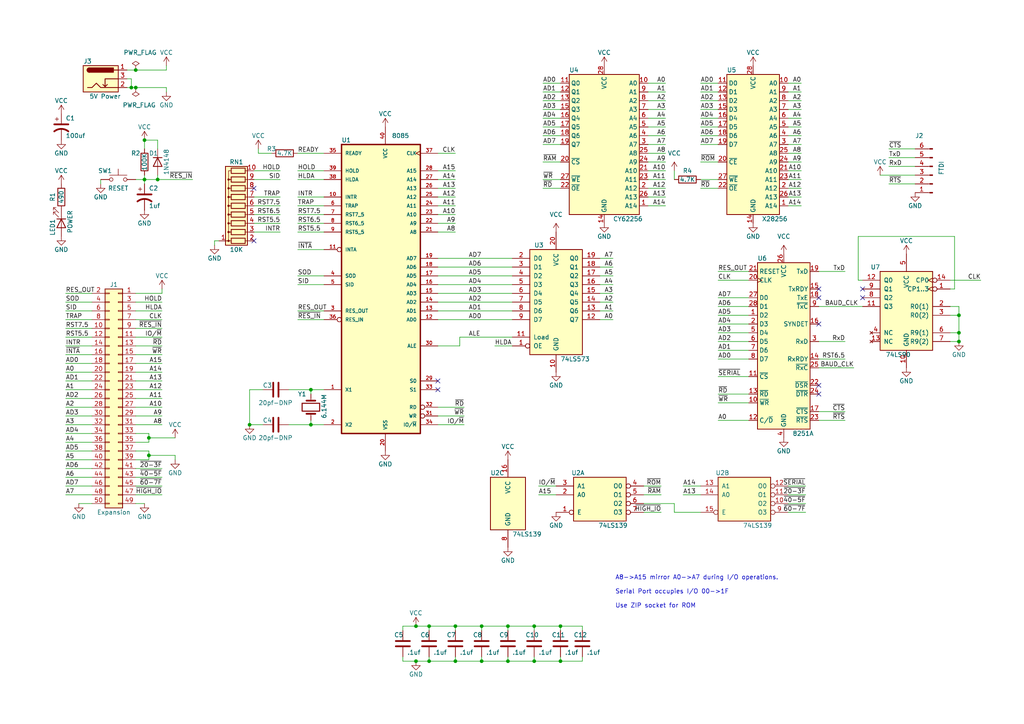
<source format=kicad_sch>
(kicad_sch (version 20211123) (generator eeschema)
  (paper "A4")
  (junction (at 120.65 191.77))
  (junction (at 139.7 191.77))
  (junction (at 132.08 191.77))
  (junction (at 278.13 91.44))
  (junction (at 72.39 123.19))
  (junction (at 38.1 25.4))
  (junction (at 162.56 191.77))
  (junction (at 154.94 181.61))
  (junction (at 43.18 132.08))
  (junction (at 39.37 25.4))
  (junction (at 41.91 52.07))
  (junction (at 132.08 181.61))
  (junction (at 147.32 191.77))
  (junction (at 162.56 181.61))
  (junction (at 278.13 99.06))
  (junction (at 45.72 52.07))
  (junction (at 90.17 123.19))
  (junction (at 120.65 181.61))
  (junction (at 41.91 40.64))
  (junction (at 278.13 96.52))
  (junction (at 147.32 181.61))
  (junction (at 124.46 181.61))
  (junction (at 43.18 127))
  (junction (at 154.94 191.77))
  (junction (at 124.46 191.77))
  (junction (at 39.37 20.32))
  (junction (at 139.7 181.61))
  (junction (at 90.17 113.03))
  (no_connect (at 73.66 54.61))
  (no_connect (at 73.66 69.85))
  (no_connect (at 250.19 86.36))
  (no_connect (at 250.19 83.82))
  (no_connect (at 237.49 83.82))
  (no_connect (at 237.49 86.36))
  (no_connect (at 237.49 93.98))
  (no_connect (at 237.49 111.76))
  (no_connect (at 237.49 114.3))
  (no_connect (at 127 110.49))
  (no_connect (at 127 113.03))
  (wire (pts (xy 203.2 39.37) (xy 208.28 39.37)))
  (wire (pts (xy 208.28 121.92) (xy 217.17 121.92)))
  (wire (pts (xy 278.13 96.52) (xy 278.13 99.06)))
  (wire (pts (xy 86.36 59.69) (xy 93.98 59.69)))
  (wire (pts (xy 276.86 83.82) (xy 275.59 83.82)))
  (wire (pts (xy 19.05 113.03) (xy 26.67 113.03)))
  (wire (pts (xy 39.37 146.05) (xy 41.91 146.05)))
  (wire (pts (xy 157.48 52.07) (xy 162.56 52.07)))
  (wire (pts (xy 250.19 81.28) (xy 248.92 81.28)))
  (wire (pts (xy 187.96 52.07) (xy 193.04 52.07)))
  (wire (pts (xy 81.28 59.69) (xy 73.66 59.69)))
  (wire (pts (xy 127 90.17) (xy 148.59 90.17)))
  (wire (pts (xy 86.36 90.17) (xy 93.98 90.17)))
  (wire (pts (xy 228.6 146.05) (xy 233.68 146.05)))
  (wire (pts (xy 162.56 190.5) (xy 162.56 191.77)))
  (wire (pts (xy 48.26 25.4) (xy 48.26 26.67)))
  (wire (pts (xy 39.37 140.97) (xy 46.99 140.97)))
  (wire (pts (xy 173.99 85.09) (xy 177.8 85.09)))
  (wire (pts (xy 39.37 25.4) (xy 48.26 25.4)))
  (wire (pts (xy 187.96 34.29) (xy 193.04 34.29)))
  (wire (pts (xy 39.37 118.11) (xy 46.99 118.11)))
  (wire (pts (xy 127 120.65) (xy 134.62 120.65)))
  (wire (pts (xy 228.6 49.53) (xy 232.41 49.53)))
  (wire (pts (xy 168.91 181.61) (xy 168.91 182.88)))
  (wire (pts (xy 237.49 104.14) (xy 245.11 104.14)))
  (wire (pts (xy 186.69 146.05) (xy 195.58 146.05)))
  (wire (pts (xy 173.99 87.63) (xy 177.8 87.63)))
  (wire (pts (xy 139.7 191.77) (xy 147.32 191.77)))
  (wire (pts (xy 127 62.23) (xy 132.08 62.23)))
  (wire (pts (xy 41.91 52.07) (xy 41.91 53.34)))
  (wire (pts (xy 132.08 181.61) (xy 139.7 181.61)))
  (wire (pts (xy 157.48 34.29) (xy 162.56 34.29)))
  (wire (pts (xy 120.65 181.61) (xy 124.46 181.61)))
  (wire (pts (xy 187.96 46.99) (xy 193.04 46.99)))
  (wire (pts (xy 228.6 29.21) (xy 232.41 29.21)))
  (wire (pts (xy 127 67.31) (xy 132.08 67.31)))
  (wire (pts (xy 139.7 181.61) (xy 139.7 182.88)))
  (wire (pts (xy 86.36 64.77) (xy 93.98 64.77)))
  (wire (pts (xy 74.93 43.18) (xy 74.93 44.45)))
  (wire (pts (xy 187.96 59.69) (xy 193.04 59.69)))
  (wire (pts (xy 237.49 106.68) (xy 247.65 106.68)))
  (wire (pts (xy 147.32 181.61) (xy 154.94 181.61)))
  (wire (pts (xy 187.96 39.37) (xy 193.04 39.37)))
  (wire (pts (xy 41.91 50.8) (xy 41.91 52.07)))
  (wire (pts (xy 203.2 24.13) (xy 208.28 24.13)))
  (wire (pts (xy 173.99 82.55) (xy 177.8 82.55)))
  (wire (pts (xy 173.99 90.17) (xy 177.8 90.17)))
  (wire (pts (xy 29.21 52.07) (xy 29.21 53.34)))
  (wire (pts (xy 147.32 191.77) (xy 154.94 191.77)))
  (wire (pts (xy 228.6 39.37) (xy 232.41 39.37)))
  (wire (pts (xy 19.05 118.11) (xy 26.67 118.11)))
  (wire (pts (xy 72.39 123.19) (xy 76.2 123.19)))
  (wire (pts (xy 157.48 31.75) (xy 162.56 31.75)))
  (wire (pts (xy 228.6 54.61) (xy 232.41 54.61)))
  (wire (pts (xy 39.37 97.79) (xy 46.99 97.79)))
  (wire (pts (xy 48.26 19.05) (xy 48.26 20.32)))
  (wire (pts (xy 19.05 95.25) (xy 26.67 95.25)))
  (wire (pts (xy 208.28 93.98) (xy 217.17 93.98)))
  (wire (pts (xy 81.28 64.77) (xy 73.66 64.77)))
  (wire (pts (xy 127 100.33) (xy 133.35 100.33)))
  (wire (pts (xy 45.72 40.64) (xy 41.91 40.64)))
  (wire (pts (xy 127 52.07) (xy 132.08 52.07)))
  (wire (pts (xy 154.94 181.61) (xy 154.94 182.88)))
  (wire (pts (xy 127 80.01) (xy 148.59 80.01)))
  (wire (pts (xy 19.05 107.95) (xy 26.67 107.95)))
  (wire (pts (xy 39.37 95.25) (xy 46.99 95.25)))
  (wire (pts (xy 132.08 181.61) (xy 132.08 182.88)))
  (wire (pts (xy 83.82 113.03) (xy 90.17 113.03)))
  (wire (pts (xy 162.56 191.77) (xy 168.91 191.77)))
  (wire (pts (xy 147.32 181.61) (xy 147.32 182.88)))
  (wire (pts (xy 208.28 109.22) (xy 217.17 109.22)))
  (wire (pts (xy 124.46 181.61) (xy 132.08 181.61)))
  (wire (pts (xy 162.56 182.88) (xy 162.56 181.61)))
  (wire (pts (xy 90.17 114.3) (xy 90.17 113.03)))
  (wire (pts (xy 39.37 110.49) (xy 46.99 110.49)))
  (wire (pts (xy 19.05 97.79) (xy 26.67 97.79)))
  (wire (pts (xy 203.2 34.29) (xy 208.28 34.29)))
  (wire (pts (xy 86.36 72.39) (xy 93.98 72.39)))
  (wire (pts (xy 39.37 102.87) (xy 46.99 102.87)))
  (wire (pts (xy 203.2 41.91) (xy 208.28 41.91)))
  (wire (pts (xy 39.37 113.03) (xy 46.99 113.03)))
  (wire (pts (xy 278.13 91.44) (xy 275.59 91.44)))
  (wire (pts (xy 187.96 54.61) (xy 193.04 54.61)))
  (wire (pts (xy 228.6 41.91) (xy 232.41 41.91)))
  (wire (pts (xy 208.28 88.9) (xy 217.17 88.9)))
  (wire (pts (xy 19.05 110.49) (xy 26.67 110.49)))
  (wire (pts (xy 162.56 191.77) (xy 154.94 191.77)))
  (wire (pts (xy 36.83 20.32) (xy 39.37 20.32)))
  (wire (pts (xy 276.86 68.58) (xy 276.86 83.82)))
  (wire (pts (xy 228.6 140.97) (xy 233.68 140.97)))
  (wire (pts (xy 127 118.11) (xy 134.62 118.11)))
  (wire (pts (xy 208.28 104.14) (xy 217.17 104.14)))
  (wire (pts (xy 127 85.09) (xy 148.59 85.09)))
  (wire (pts (xy 203.2 31.75) (xy 208.28 31.75)))
  (wire (pts (xy 127 123.19) (xy 134.62 123.19)))
  (wire (pts (xy 19.05 140.97) (xy 26.67 140.97)))
  (wire (pts (xy 228.6 148.59) (xy 233.68 148.59)))
  (wire (pts (xy 217.17 81.28) (xy 208.28 81.28)))
  (wire (pts (xy 228.6 34.29) (xy 232.41 34.29)))
  (wire (pts (xy 127 82.55) (xy 148.59 82.55)))
  (wire (pts (xy 124.46 181.61) (xy 124.46 182.88)))
  (wire (pts (xy 127 59.69) (xy 132.08 59.69)))
  (wire (pts (xy 203.2 54.61) (xy 208.28 54.61)))
  (wire (pts (xy 72.39 113.03) (xy 72.39 123.19)))
  (wire (pts (xy 195.58 146.05) (xy 195.58 148.59)))
  (wire (pts (xy 36.83 22.86) (xy 38.1 22.86)))
  (wire (pts (xy 127 92.71) (xy 148.59 92.71)))
  (wire (pts (xy 46.99 85.09) (xy 46.99 83.82)))
  (wire (pts (xy 81.28 57.15) (xy 73.66 57.15)))
  (wire (pts (xy 203.2 52.07) (xy 208.28 52.07)))
  (wire (pts (xy 195.58 148.59) (xy 203.2 148.59)))
  (wire (pts (xy 157.48 39.37) (xy 162.56 39.37)))
  (wire (pts (xy 43.18 133.35) (xy 43.18 132.08)))
  (wire (pts (xy 186.69 140.97) (xy 191.77 140.97)))
  (wire (pts (xy 133.35 97.79) (xy 148.59 97.79)))
  (wire (pts (xy 90.17 123.19) (xy 93.98 123.19)))
  (wire (pts (xy 86.36 92.71) (xy 93.98 92.71)))
  (wire (pts (xy 19.05 87.63) (xy 26.67 87.63)))
  (wire (pts (xy 81.28 52.07) (xy 73.66 52.07)))
  (wire (pts (xy 186.69 143.51) (xy 191.77 143.51)))
  (wire (pts (xy 63.5 69.85) (xy 62.23 69.85)))
  (wire (pts (xy 162.56 181.61) (xy 154.94 181.61)))
  (wire (pts (xy 186.69 148.59) (xy 191.77 148.59)))
  (wire (pts (xy 39.37 123.19) (xy 46.99 123.19)))
  (wire (pts (xy 187.96 26.67) (xy 193.04 26.67)))
  (wire (pts (xy 143.51 100.33) (xy 148.59 100.33)))
  (wire (pts (xy 81.28 49.53) (xy 73.66 49.53)))
  (wire (pts (xy 39.37 100.33) (xy 46.99 100.33)))
  (wire (pts (xy 228.6 46.99) (xy 232.41 46.99)))
  (wire (pts (xy 208.28 99.06) (xy 217.17 99.06)))
  (wire (pts (xy 257.81 53.34) (xy 265.43 53.34)))
  (wire (pts (xy 228.6 59.69) (xy 232.41 59.69)))
  (wire (pts (xy 127 77.47) (xy 148.59 77.47)))
  (wire (pts (xy 43.18 130.81) (xy 39.37 130.81)))
  (wire (pts (xy 19.05 130.81) (xy 26.67 130.81)))
  (wire (pts (xy 39.37 105.41) (xy 46.99 105.41)))
  (wire (pts (xy 86.36 57.15) (xy 93.98 57.15)))
  (wire (pts (xy 228.6 31.75) (xy 232.41 31.75)))
  (wire (pts (xy 139.7 190.5) (xy 139.7 191.77)))
  (wire (pts (xy 187.96 57.15) (xy 193.04 57.15)))
  (wire (pts (xy 133.35 100.33) (xy 133.35 97.79)))
  (wire (pts (xy 41.91 52.07) (xy 45.72 52.07)))
  (wire (pts (xy 86.36 52.07) (xy 93.98 52.07)))
  (wire (pts (xy 237.49 78.74) (xy 245.11 78.74)))
  (wire (pts (xy 86.36 62.23) (xy 93.98 62.23)))
  (wire (pts (xy 173.99 92.71) (xy 177.8 92.71)))
  (wire (pts (xy 120.65 191.77) (xy 124.46 191.77)))
  (wire (pts (xy 208.28 116.84) (xy 217.17 116.84)))
  (wire (pts (xy 19.05 135.89) (xy 26.67 135.89)))
  (wire (pts (xy 86.36 82.55) (xy 93.98 82.55)))
  (wire (pts (xy 228.6 24.13) (xy 232.41 24.13)))
  (wire (pts (xy 157.48 46.99) (xy 162.56 46.99)))
  (wire (pts (xy 76.2 113.03) (xy 72.39 113.03)))
  (wire (pts (xy 127 54.61) (xy 132.08 54.61)))
  (wire (pts (xy 86.36 67.31) (xy 93.98 67.31)))
  (wire (pts (xy 187.96 44.45) (xy 193.04 44.45)))
  (wire (pts (xy 228.6 44.45) (xy 232.41 44.45)))
  (wire (pts (xy 86.36 80.01) (xy 93.98 80.01)))
  (wire (pts (xy 19.05 120.65) (xy 26.67 120.65)))
  (wire (pts (xy 132.08 190.5) (xy 132.08 191.77)))
  (wire (pts (xy 168.91 191.77) (xy 168.91 190.5)))
  (wire (pts (xy 39.37 125.73) (xy 43.18 125.73)))
  (wire (pts (xy 50.8 133.35) (xy 50.8 132.08)))
  (wire (pts (xy 81.28 62.23) (xy 73.66 62.23)))
  (wire (pts (xy 39.37 92.71) (xy 46.99 92.71)))
  (wire (pts (xy 45.72 52.07) (xy 55.88 52.07)))
  (wire (pts (xy 173.99 77.47) (xy 177.8 77.47)))
  (wire (pts (xy 19.05 125.73) (xy 26.67 125.73)))
  (wire (pts (xy 41.91 40.64) (xy 41.91 43.18)))
  (wire (pts (xy 39.37 133.35) (xy 43.18 133.35)))
  (wire (pts (xy 173.99 74.93) (xy 177.8 74.93)))
  (wire (pts (xy 43.18 127) (xy 50.8 127)))
  (wire (pts (xy 19.05 90.17) (xy 26.67 90.17)))
  (wire (pts (xy 124.46 191.77) (xy 132.08 191.77)))
  (wire (pts (xy 187.96 29.21) (xy 193.04 29.21)))
  (wire (pts (xy 156.21 143.51) (xy 161.29 143.51)))
  (wire (pts (xy 86.36 44.45) (xy 93.98 44.45)))
  (wire (pts (xy 43.18 127) (xy 43.18 128.27)))
  (wire (pts (xy 19.05 128.27) (xy 26.67 128.27)))
  (wire (pts (xy 257.81 45.72) (xy 265.43 45.72)))
  (wire (pts (xy 187.96 49.53) (xy 193.04 49.53)))
  (wire (pts (xy 228.6 26.67) (xy 232.41 26.67)))
  (wire (pts (xy 284.48 81.28) (xy 275.59 81.28)))
  (wire (pts (xy 86.36 49.53) (xy 93.98 49.53)))
  (wire (pts (xy 39.37 143.51) (xy 46.99 143.51)))
  (wire (pts (xy 45.72 50.8) (xy 45.72 52.07)))
  (wire (pts (xy 203.2 140.97) (xy 198.12 140.97)))
  (wire (pts (xy 187.96 41.91) (xy 193.04 41.91)))
  (wire (pts (xy 161.29 140.97) (xy 156.21 140.97)))
  (wire (pts (xy 124.46 190.5) (xy 124.46 191.77)))
  (wire (pts (xy 43.18 132.08) (xy 43.18 130.81)))
  (wire (pts (xy 19.05 92.71) (xy 26.67 92.71)))
  (wire (pts (xy 278.13 88.9) (xy 278.13 91.44)))
  (wire (pts (xy 248.92 81.28) (xy 248.92 68.58)))
  (wire (pts (xy 203.2 26.67) (xy 208.28 26.67)))
  (wire (pts (xy 208.28 114.3) (xy 217.17 114.3)))
  (wire (pts (xy 38.1 22.86) (xy 38.1 25.4)))
  (wire (pts (xy 157.48 36.83) (xy 162.56 36.83)))
  (wire (pts (xy 19.05 105.41) (xy 26.67 105.41)))
  (wire (pts (xy 19.05 100.33) (xy 26.67 100.33)))
  (wire (pts (xy 255.27 50.8) (xy 265.43 50.8)))
  (wire (pts (xy 154.94 190.5) (xy 154.94 191.77)))
  (wire (pts (xy 157.48 41.91) (xy 162.56 41.91)))
  (wire (pts (xy 39.37 20.32) (xy 48.26 20.32)))
  (wire (pts (xy 278.13 96.52) (xy 275.59 96.52)))
  (wire (pts (xy 19.05 115.57) (xy 26.67 115.57)))
  (wire (pts (xy 116.84 182.88) (xy 116.84 181.61)))
  (wire (pts (xy 278.13 99.06) (xy 275.59 99.06)))
  (wire (pts (xy 208.28 86.36) (xy 217.17 86.36)))
  (wire (pts (xy 157.48 54.61) (xy 162.56 54.61)))
  (wire (pts (xy 275.59 88.9) (xy 278.13 88.9)))
  (wire (pts (xy 208.28 96.52) (xy 217.17 96.52)))
  (wire (pts (xy 19.05 133.35) (xy 26.67 133.35)))
  (wire (pts (xy 203.2 143.51) (xy 198.12 143.51)))
  (wire (pts (xy 74.93 44.45) (xy 78.74 44.45)))
  (wire (pts (xy 157.48 24.13) (xy 162.56 24.13)))
  (wire (pts (xy 139.7 181.61) (xy 147.32 181.61)))
  (wire (pts (xy 90.17 121.92) (xy 90.17 123.19)))
  (wire (pts (xy 39.37 135.89) (xy 46.99 135.89)))
  (wire (pts (xy 127 74.93) (xy 148.59 74.93)))
  (wire (pts (xy 228.6 36.83) (xy 232.41 36.83)))
  (wire (pts (xy 39.37 85.09) (xy 46.99 85.09)))
  (wire (pts (xy 39.37 138.43) (xy 46.99 138.43)))
  (wire (pts (xy 81.28 67.31) (xy 73.66 67.31)))
  (wire (pts (xy 127 64.77) (xy 132.08 64.77)))
  (wire (pts (xy 208.28 101.6) (xy 217.17 101.6)))
  (wire (pts (xy 127 87.63) (xy 148.59 87.63)))
  (wire (pts (xy 228.6 143.51) (xy 233.68 143.51)))
  (wire (pts (xy 187.96 36.83) (xy 193.04 36.83)))
  (wire (pts (xy 19.05 143.51) (xy 26.67 143.51)))
  (wire (pts (xy 43.18 128.27) (xy 39.37 128.27)))
  (wire (pts (xy 228.6 57.15) (xy 232.41 57.15)))
  (wire (pts (xy 36.83 25.4) (xy 38.1 25.4)))
  (wire (pts (xy 208.28 91.44) (xy 217.17 91.44)))
  (wire (pts (xy 38.1 25.4) (xy 39.37 25.4)))
  (wire (pts (xy 157.48 29.21) (xy 162.56 29.21)))
  (wire (pts (xy 39.37 107.95) (xy 46.99 107.95)))
  (wire (pts (xy 173.99 80.01) (xy 177.8 80.01)))
  (wire (pts (xy 248.92 68.58) (xy 276.86 68.58)))
  (wire (pts (xy 237.49 88.9) (xy 250.19 88.9)))
  (wire (pts (xy 22.86 146.05) (xy 26.67 146.05)))
  (wire (pts (xy 237.49 99.06) (xy 245.11 99.06)))
  (wire (pts (xy 147.32 191.77) (xy 147.32 190.5)))
  (wire (pts (xy 19.05 123.19) (xy 26.67 123.19)))
  (wire (pts (xy 257.81 48.26) (xy 265.43 48.26)))
  (wire (pts (xy 116.84 191.77) (xy 120.65 191.77)))
  (wire (pts (xy 132.08 191.77) (xy 139.7 191.77)))
  (wire (pts (xy 203.2 29.21) (xy 208.28 29.21)))
  (wire (pts (xy 19.05 85.09) (xy 26.67 85.09)))
  (wire (pts (xy 116.84 181.61) (xy 120.65 181.61)))
  (wire (pts (xy 203.2 36.83) (xy 208.28 36.83)))
  (wire (pts (xy 43.18 125.73) (xy 43.18 127)))
  (wire (pts (xy 39.37 120.65) (xy 46.99 120.65)))
  (wire (pts (xy 187.96 31.75) (xy 193.04 31.75)))
  (wire (pts (xy 195.58 49.53) (xy 195.58 52.07)))
  (wire (pts (xy 62.23 69.85) (xy 62.23 71.12)))
  (wire (pts (xy 228.6 52.07) (xy 232.41 52.07)))
  (wire (pts (xy 237.49 119.38) (xy 245.11 119.38)))
  (wire (pts (xy 19.05 138.43) (xy 26.67 138.43)))
  (wire (pts (xy 39.37 52.07) (xy 41.91 52.07)))
  (wire (pts (xy 203.2 46.99) (xy 208.28 46.99)))
  (wire (pts (xy 157.48 26.67) (xy 162.56 26.67)))
  (wire (pts (xy 127 44.45) (xy 132.08 44.45)))
  (wire (pts (xy 19.05 102.87) (xy 26.67 102.87)))
  (wire (pts (xy 39.37 90.17) (xy 46.99 90.17)))
  (wire (pts (xy 39.37 87.63) (xy 46.99 87.63)))
  (wire (pts (xy 39.37 115.57) (xy 46.99 115.57)))
  (wire (pts (xy 237.49 121.92) (xy 245.11 121.92)))
  (wire (pts (xy 127 49.53) (xy 132.08 49.53)))
  (wire (pts (xy 257.81 43.18) (xy 265.43 43.18)))
  (wire (pts (xy 50.8 132.08) (xy 43.18 132.08)))
  (wire (pts (xy 187.96 24.13) (xy 193.04 24.13)))
  (wire (pts (xy 208.28 78.74) (xy 217.17 78.74)))
  (wire (pts (xy 45.72 43.18) (xy 45.72 40.64)))
  (wire (pts (xy 83.82 123.19) (xy 90.17 123.19)))
  (wire (pts (xy 90.17 113.03) (xy 93.98 113.03)))
  (wire (pts (xy 116.84 190.5) (xy 116.84 191.77)))
  (wire (pts (xy 278.13 91.44) (xy 278.13 96.52)))
  (wire (pts (xy 127 57.15) (xy 132.08 57.15)))
  (wire (pts (xy 162.56 181.61) (xy 168.91 181.61)))
  (text "A8->A15 mirror A0->A7 during I/O operations.\n\nSerial Port occupies I/O 00->1F\n\nUse ZIP socket for ROM" (at 178.435 176.53 0) (effects (font (size 1.27 1.27)) (justify left bottom)))
  (label "AD7" (at 135.89 74.93 0))
  (label "AD6" (at 157.48 39.37 0))
  (label "AD0" (at 19.05 105.41 0))
  (label "AD2" (at 208.28 99.06 0))
  (label "AD7" (at 208.28 86.36 0))
  (label "A14" (at 232.41 59.69 180))
  (label "~{CTS}" (at 257.81 43.18 0))
  (label "AD5" (at 135.89 80.01 0))
  (label "AD3" (at 135.89 85.09 0))
  (label "AD6" (at 203.2 39.37 0))
  (label "A6" (at 177.8 77.47 180))
  (label "A15" (at 46.99 105.41 180))
  (label "AD0" (at 208.28 104.14 0))
  (label "HLDA" (at 143.51 100.33 0))
  (label "RST7.5" (at 86.36 62.23 0))
  (label "AD1" (at 135.89 90.17 0))
  (label "A7" (at 193.04 41.91 180))
  (label "~{ROM}" (at 191.77 140.97 180))
  (label "A8" (at 46.99 123.19 180))
  (label "A14" (at 46.99 107.95 180))
  (label "A9" (at 132.08 64.77 180))
  (label "~{INTA}" (at 86.36 72.39 0))
  (label "~{SERIAL}" (at 233.68 140.97 180))
  (label "AD3" (at 157.48 31.75 0))
  (label "~{40-5F}" (at 233.68 146.05 180))
  (label "~{RTS}" (at 245.11 121.92 180))
  (label "A9" (at 193.04 46.99 180))
  (label "RST6.5" (at 81.28 62.23 180))
  (label "TxD" (at 245.11 78.74 180))
  (label "AD1" (at 203.2 26.67 0))
  (label "AD4" (at 208.28 93.98 0))
  (label "A0" (at 193.04 24.13 180))
  (label "A5" (at 177.8 80.01 180))
  (label "A13" (at 132.08 54.61 180))
  (label "RST5.5" (at 86.36 67.31 0))
  (label "~{60-7F}" (at 46.99 140.97 180))
  (label "RST6.5" (at 86.36 64.77 0))
  (label "A3" (at 232.41 31.75 180))
  (label "INTR" (at 81.28 67.31 180))
  (label "INTR" (at 19.05 100.33 0))
  (label "A0" (at 208.28 121.92 0))
  (label "~{60-7F}" (at 233.68 148.59 180))
  (label "SID" (at 19.05 90.17 0))
  (label "RES_OUT" (at 86.36 90.17 0))
  (label "AD0" (at 157.48 24.13 0))
  (label "A13" (at 232.41 57.15 180))
  (label "AD2" (at 19.05 115.57 0))
  (label "A0" (at 19.05 107.95 0))
  (label "~{RAM}" (at 157.48 46.99 0))
  (label "~{RD}" (at 134.62 118.11 180))
  (label "A7" (at 19.05 143.51 0))
  (label "A4" (at 177.8 82.55 180))
  (label "AD5" (at 203.2 36.83 0))
  (label "AD0" (at 203.2 24.13 0))
  (label "INTR" (at 86.36 57.15 0))
  (label "A13" (at 193.04 57.15 180))
  (label "AD4" (at 157.48 34.29 0))
  (label "A8" (at 132.08 67.31 180))
  (label "TxD" (at 257.81 45.72 0))
  (label "~{RD}" (at 203.2 54.61 0))
  (label "A14" (at 198.12 140.97 0))
  (label "A10" (at 132.08 62.23 180))
  (label "HOLD" (at 86.36 49.53 0))
  (label "A11" (at 193.04 52.07 180))
  (label "IO{slash}~{M}" (at 156.21 140.97 0))
  (label "A1" (at 232.41 26.67 180))
  (label "~{RES_IN}" (at 46.99 95.25 180))
  (label "~{CTS}" (at 245.11 119.38 180))
  (label "AD1" (at 208.28 101.6 0))
  (label "RST7.5" (at 81.28 59.69 180))
  (label "HLDA" (at 86.36 52.07 0))
  (label "AD5" (at 19.05 130.81 0))
  (label "A12" (at 132.08 57.15 180))
  (label "AD7" (at 157.48 41.91 0))
  (label "HLDA" (at 46.99 90.17 180))
  (label "A0" (at 177.8 92.71 180))
  (label "A15" (at 156.21 143.51 0))
  (label "AD5" (at 157.48 36.83 0))
  (label "AD4" (at 135.89 82.55 0))
  (label "AD3" (at 208.28 96.52 0))
  (label "IO{slash}~{M}" (at 134.62 123.19 180))
  (label "A8" (at 193.04 44.45 180))
  (label "AD2" (at 135.89 87.63 0))
  (label "A12" (at 193.04 54.61 180))
  (label "A4" (at 232.41 34.29 180))
  (label "A2" (at 232.41 29.21 180))
  (label "TRAP" (at 86.36 59.69 0))
  (label "RxD" (at 245.11 99.06 180))
  (label "~{WR}" (at 134.62 120.65 180))
  (label "~{HIGH_IO}" (at 191.77 148.59 180))
  (label "AD6" (at 208.28 88.9 0))
  (label "RST5.5" (at 19.05 97.79 0))
  (label "AD6" (at 135.89 77.47 0))
  (label "~{RD}" (at 46.99 100.33 180))
  (label "A14" (at 193.04 59.69 180))
  (label "TRAP" (at 81.28 57.15 180))
  (label "AD2" (at 203.2 29.21 0))
  (label "~{INTA}" (at 19.05 102.87 0))
  (label "~{ROM}" (at 203.2 46.99 0))
  (label "~{RAM}" (at 191.77 143.51 180))
  (label "A3" (at 193.04 31.75 180))
  (label "A6" (at 232.41 39.37 180))
  (label "RST7.5" (at 19.05 95.25 0))
  (label "A0" (at 232.41 24.13 180))
  (label "AD3" (at 19.05 120.65 0))
  (label "A5" (at 193.04 36.83 180))
  (label "AD3" (at 203.2 31.75 0))
  (label "A10" (at 232.41 49.53 180))
  (label "AD1" (at 157.48 26.67 0))
  (label "A5" (at 232.41 36.83 180))
  (label "RES_OUT" (at 19.05 85.09 0))
  (label "A13" (at 198.12 143.51 0))
  (label "~{RTS}" (at 257.81 53.34 0))
  (label "A11" (at 232.41 52.07 180))
  (label "RST5.5" (at 81.28 64.77 180))
  (label "RxD" (at 257.81 48.26 0))
  (label "A10" (at 193.04 49.53 180))
  (label "A5" (at 19.05 133.35 0))
  (label "A6" (at 19.05 138.43 0))
  (label "A3" (at 19.05 123.19 0))
  (label "A9" (at 232.41 46.99 180))
  (label "SOD" (at 19.05 87.63 0))
  (label "A1" (at 19.05 113.03 0))
  (label "A1" (at 193.04 26.67 180))
  (label "~{20-3F}" (at 46.99 135.89 180))
  (label "AD2" (at 157.48 29.21 0))
  (label "BAUD_CLK" (at 248.92 88.9 180))
  (label "CLK" (at 46.99 92.71 180))
  (label "~{RES_IN}" (at 55.88 52.07 180))
  (label "CLK" (at 132.08 44.45 180))
  (label "~{40-5F}" (at 46.99 138.43 180))
  (label "A11" (at 132.08 59.69 180))
  (label "ALE" (at 135.89 97.79 0))
  (label "AD7" (at 19.05 140.97 0))
  (label "A10" (at 46.99 118.11 180))
  (label "TRAP" (at 19.05 92.71 0))
  (label "~{RD}" (at 208.28 114.3 0))
  (label "A4" (at 19.05 128.27 0))
  (label "A7" (at 177.8 74.93 180))
  (label "AD6" (at 19.05 135.89 0))
  (label "~{20-3F}" (at 233.68 143.51 180))
  (label "A11" (at 46.99 115.57 180))
  (label "A9" (at 46.99 120.65 180))
  (label "IO{slash}~{M}" (at 46.99 97.79 180))
  (label "AD5" (at 208.28 91.44 0))
  (label "A3" (at 177.8 85.09 180))
  (label "A1" (at 177.8 90.17 180))
  (label "A2" (at 19.05 118.11 0))
  (label "AD0" (at 135.89 92.71 0))
  (label "READY" (at 86.36 44.45 0))
  (label "HOLD" (at 46.99 87.63 180))
  (label "AD1" (at 19.05 110.49 0))
  (label "RES_OUT" (at 208.28 78.74 0))
  (label "A12" (at 46.99 113.03 180))
  (label "A12" (at 232.41 54.61 180))
  (label "~{WR}" (at 208.28 116.84 0))
  (label "BAUD_CLK" (at 247.65 106.68 180))
  (label "~{WR}" (at 46.99 102.87 180))
  (label "RST6.5" (at 245.11 104.14 180))
  (label "AD7" (at 203.2 41.91 0))
  (label "AD4" (at 203.2 34.29 0))
  (label "~{RD}" (at 157.48 54.61 0))
  (label "~{RES_IN}" (at 86.36 92.71 0))
  (label "A13" (at 46.99 110.49 180))
  (label "A6" (at 193.04 39.37 180))
  (label "~{SERIAL}" (at 208.28 109.22 0))
  (label "A2" (at 193.04 29.21 180))
  (label "HOLD" (at 81.28 49.53 180))
  (label "~{HIGH_IO}" (at 46.99 143.51 180))
  (label "SID" (at 86.36 82.55 0))
  (label "A15" (at 132.08 49.53 180))
  (label "A2" (at 177.8 87.63 180))
  (label "A14" (at 132.08 52.07 180))
  (label "AD4" (at 19.05 125.73 0))
  (label "CLK" (at 208.28 81.28 0))
  (label "~{WR}" (at 157.48 52.07 0))
  (label "A4" (at 193.04 34.29 180))
  (label "CLK" (at 284.48 81.28 180))
  (label "A7" (at 232.41 41.91 180))
  (label "SID" (at 81.28 52.07 180))
  (label "A8" (at 232.41 44.45 180))
  (label "SOD" (at 86.36 80.01 0))
  (symbol (lib_id "power:PWR_FLAG") (at 39.37 20.32 0) (unit 1)
    (property "Reference" "#FLG01" (effects hide))
    (property "Value" "PWR_FLAG" (at 40.64 15.24 0))
  )
  (symbol (lib_id "Device:C") (at 132.08 186.69 0) (unit 1)
    (property "Reference" "C7" (at 129.54 184.15 0) (effects (justify left)))
    (property "Value" ".1uf" (at 133.35 189.23 0) (effects (justify left)))
    (property "Footprint" "Capacitor_THT:C_Disc_D3.4mm_W2.1mm_P2.50mm" (effects hide))
  )
  (symbol (lib_id "Device:C") (at 139.7 186.69 0) (unit 1)
    (property "Reference" "C8" (at 137.16 184.15 0) (effects (justify left)))
    (property "Value" ".1uf" (at 140.97 189.23 0) (effects (justify left)))
    (property "Footprint" "Capacitor_THT:C_Disc_D3.4mm_W2.1mm_P2.50mm" (effects hide))
  )
  (symbol (lib_id "Device:C") (at 147.32 186.69 0) (unit 1)
    (property "Reference" "C9" (at 144.78 184.15 0) (effects (justify left)))
    (property "Value" ".1uf" (at 148.59 189.23 0) (effects (justify left)))
    (property "Footprint" "Capacitor_THT:C_Disc_D3.4mm_W2.1mm_P2.50mm" (effects hide))
  )
  (symbol (lib_id "power:GND") (at 227.33 127 0) (unit 1)
    (property "Reference" "#PWR033" (effects hide))
    (property "Value" "GND" (at 227.33 130.81 0))
  )
  (symbol (lib_id "74xx:74LS139") (at 147.32 146.05 0) (unit 3)
    (property "Reference" "U2" (at 142.24 137.16 0) (effects (justify left)))
    (property "Value" "74LS139" (at 148.59 154.94 0) (effects (justify left)))
    (property "Footprint" "Package_DIP:DIP-16_W7.62mm_Socket" (effects hide))
    (property "Datasheet" "http://www.ti.com/lit/ds/symlink/sn74ls139a.pdf" (effects hide))
  )
  (symbol (lib_id "power:GND") (at 29.21 53.34 0) (unit 1)
    (property "Reference" "#PWR06" (effects hide))
    (property "Value" "GND" (at 29.21 57.15 0))
  )
  (symbol (lib_id "power:VCC") (at 17.78 33.02 0) (unit 1)
    (property "Reference" "#PWR01" (effects hide))
    (property "Value" "VCC" (at 17.78 29.21 0))
  )
  (symbol (lib_id "power:VCC") (at 262.89 73.66 0) (mirror y) (unit 1)
    (property "Reference" "#PWR035" (effects hide))
    (property "Value" "VCC" (at 262.89 69.85 0))
  )
  (symbol (lib_id "power:VCC") (at 161.29 67.31 0) (unit 1)
    (property "Reference" "#PWR024" (effects hide))
    (property "Value" "VCC" (at 161.29 62.23 0))
  )
  (symbol (lib_id "power:GND") (at 120.65 191.77 0) (unit 1)
    (property "Reference" "#PWR021" (effects hide))
    (property "Value" "GND" (at 120.65 195.58 0))
  )
  (symbol (lib_id "74xx:74LS139") (at 173.99 143.51 0) (unit 1)
    (property "Reference" "U2" (at 167.64 137.16 0))
    (property "Value" "74LS139" (at 177.8 152.4 0))
    (property "Footprint" "Package_DIP:DIP-16_W7.62mm_Socket" (effects hide))
    (property "Datasheet" "http://www.ti.com/lit/ds/symlink/sn74ls139a.pdf" (effects hide))
  )
  (symbol (lib_id "power:VCC") (at 147.32 133.35 0) (unit 1)
    (property "Reference" "#PWR022" (effects hide))
    (property "Value" "VCC" (at 147.32 129.54 0))
  )
  (symbol (lib_id "74xx:74LS139") (at 215.9 143.51 0) (unit 2)
    (property "Reference" "U2" (at 209.55 137.16 0))
    (property "Value" "74LS139" (at 219.71 152.4 0))
    (property "Footprint" "Package_DIP:DIP-16_W7.62mm_Socket" (effects hide))
    (property "Datasheet" "http://www.ti.com/lit/ds/symlink/sn74ls139a.pdf" (effects hide))
  )
  (symbol (lib_id "Device:C_Polarized_US") (at 17.78 36.83 0) (unit 1)
    (property "Reference" "C1" (at 19.05 34.29 0) (effects (justify left)))
    (property "Value" "100uf" (at 19.05 39.37 0) (effects (justify left)))
    (property "Footprint" "Capacitor_THT:CP_Radial_D7.5mm_P2.50mm" (effects hide))
  )
  (symbol (lib_id "Retro:8085") (at 111.76 82.55 0) (unit 1)
    (property "Reference" "U1" (at 99.06 40.64 0) (effects (justify left)))
    (property "Value" "8085" (at 113.6397 39.37 0) (effects (justify left)))
    (property "Footprint" "Package_DIP:DIP-40_W15.24mm_Socket" (effects hide))
    (property "OC_FARNELL" "unknown" (effects hide))
    (property "OC_NEWARK" "unknown" (effects hide))
  )
  (symbol (lib_id "Device:C_Polarized_US") (at 41.91 57.15 0) (unit 1)
    (property "Reference" "C2" (at 43.18 54.61 0) (effects (justify left)))
    (property "Value" "1uf" (at 43.18 59.69 0) (effects (justify left)))
    (property "Footprint" "Capacitor_THT:CP_Radial_D7.5mm_P2.50mm" (effects hide))
  )
  (symbol (lib_id "Diode:1N4148") (at 45.72 46.99 270) (unit 1)
    (property "Reference" "D1" (at 43.18 44.45 90) (effects (justify left)))
    (property "Value" "1N4148" (at 48.26 43.18 0) (effects (justify left)))
    (property "Footprint" "Diode_THT:D_DO-35_SOD27_P7.62mm_Horizontal" (effects hide))
    (property "Datasheet" "https://assets.nexperia.com/documents/data-sheet/1N4148_1N4448.pdf" (effects hide))
  )
  (symbol (lib_id "74xx:74LS90") (at 262.89 88.9 0) (mirror y) (unit 1)
    (property "Reference" "U7" (at 255.27 77.47 0) (effects (justify left)))
    (property "Value" "74LS90" (at 264.16 102.87 0) (effects (justify left)))
    (property "Footprint" "Package_DIP:DIP-14_W7.62mm_Socket" (effects hide))
    (property "Datasheet" "http://www.ti.com/lit/gpn/sn74LS90" (effects hide))
  )
  (symbol (lib_id "power:VCC") (at 255.27 50.8 0) (unit 1)
    (property "Reference" "#PWR034" (effects hide))
    (property "Value" "VCC" (at 255.27 46.99 0))
  )
  (symbol (lib_id "power:VCC") (at 195.58 49.53 0) (unit 1)
    (property "Reference" "#PWR029" (effects hide))
    (property "Value" "VCC" (at 195.58 44.45 0))
  )
  (symbol (lib_id "Device:C") (at 162.56 186.69 0) (unit 1)
    (property "Reference" "C11" (at 160.02 184.15 0) (effects (justify left)))
    (property "Value" ".1uf" (at 163.83 189.23 0) (effects (justify left)))
    (property "Footprint" "Capacitor_THT:C_Disc_D3.4mm_W2.1mm_P2.50mm" (effects hide))
  )
  (symbol (lib_id "power:GND") (at 218.44 64.77 0) (unit 1)
    (property "Reference" "#PWR031" (effects hide))
    (property "Value" "GND" (at 218.44 68.58 0))
  )
  (symbol (lib_id "power:GND") (at 41.91 60.96 0) (unit 1)
    (property "Reference" "#PWR08" (effects hide))
    (property "Value" "GND" (at 41.91 64.77 0))
  )
  (symbol (lib_id "power:GND") (at 50.8 133.35 0) (unit 1)
    (property "Reference" "#PWR014" (effects hide))
    (property "Value" "GND" (at 50.8 137.16 0))
  )
  (symbol (lib_id "Device:C") (at 154.94 186.69 0) (unit 1)
    (property "Reference" "C10" (at 152.4 184.15 0) (effects (justify left)))
    (property "Value" ".1uf" (at 156.21 189.23 0) (effects (justify left)))
    (property "Footprint" "Capacitor_THT:C_Disc_D3.4mm_W2.1mm_P2.50mm" (effects hide))
  )
  (symbol (lib_id "Device:R") (at 82.55 44.45 90) (unit 1)
    (property "Reference" "R3" (at 78.74 43.18 90))
    (property "Value" "4.7K" (at 82.55 44.45 90))
    (property "Footprint" "Resistor_THT:R_Axial_DIN0204_L3.6mm_D1.6mm_P7.62mm_Horizontal" (effects hide))
  )
  (symbol (lib_id "Switch:SW_Push") (at 34.29 52.07 0) (unit 1)
    (property "Reference" "SW1" (at 30.48 49.53 0))
    (property "Value" "RESET" (at 34.29 54.61 0))
    (property "Footprint" "Button_Switch_THT:SW_PUSH_6mm_H5mm" (effects hide))
  )
  (symbol (lib_id "power:GND") (at 265.43 55.88 0) (unit 1)
    (property "Reference" "#PWR037" (effects hide))
    (property "Value" "GND" (at 265.43 59.69 0))
  )
  (symbol (lib_id "power:VCC") (at 218.44 19.05 0) (unit 1)
    (property "Reference" "#PWR030" (effects hide))
    (property "Value" "VCC" (at 218.44 15.24 0))
  )
  (symbol (lib_id "power:VCC") (at 175.26 19.05 0) (unit 1)
    (property "Reference" "#PWR027" (effects hide))
    (property "Value" "VCC" (at 175.26 15.24 0))
  )
  (symbol (lib_id "power:GND") (at 48.26 26.67 0) (unit 1)
    (property "Reference" "#PWR012" (effects hide))
    (property "Value" "GND" (at 48.26 30.48 0))
  )
  (symbol (lib_id "power:VCC") (at 50.8 127 0) (unit 1)
    (property "Reference" "#PWR013" (effects hide))
    (property "Value" "VCC" (at 50.8 123.19 0))
  )
  (symbol (lib_id "power:VCC") (at 120.65 181.61 0) (unit 1)
    (property "Reference" "#PWR020" (effects hide))
    (property "Value" "VCC" (at 120.65 177.8 0))
  )
  (symbol (lib_id "power:GND") (at 41.91 146.05 0) (unit 1)
    (property "Reference" "#PWR09" (effects hide))
    (property "Value" "GND" (at 41.91 149.86 0))
  )
  (symbol (lib_id "power:GND") (at 278.13 99.06 0) (mirror y) (unit 1)
    (property "Reference" "#PWR038" (effects hide))
    (property "Value" "GND" (at 278.13 102.87 0))
  )
  (symbol (lib_id "power:GND") (at 17.78 40.64 0) (unit 1)
    (property "Reference" "#PWR02" (effects hide))
    (property "Value" "GND" (at 17.78 44.45 0))
  )
  (symbol (lib_id "Retro:X28256") (at 218.44 41.91 0) (unit 1)
    (property "Reference" "U5" (at 210.82 20.32 0) (effects (justify left)))
    (property "Value" "X28256" (at 220.98 63.5 0) (effects (justify left)))
    (property "Footprint" "Socket:DIP_Socket-28_W11.9_W12.7_W15.24_W17.78_W18.5_3M_228-1277-00-0602J" (effects hide))
  )
  (symbol (lib_id "Device:C") (at 124.46 186.69 0) (unit 1)
    (property "Reference" "C6" (at 121.92 184.15 0) (effects (justify left)))
    (property "Value" ".1uf" (at 125.73 189.23 0) (effects (justify left)))
    (property "Footprint" "Capacitor_THT:C_Disc_D3.4mm_W2.1mm_P2.50mm" (effects hide))
  )
  (symbol (lib_id "Device:R") (at 41.91 46.99 180) (unit 1)
    (property "Reference" "R2" (at 39.37 44.45 0))
    (property "Value" "100K" (at 41.91 46.99 90))
    (property "Footprint" "Resistor_THT:R_Axial_DIN0204_L3.6mm_D1.6mm_P7.62mm_Horizontal" (effects hide))
  )
  (symbol (lib_id "power:GND") (at 262.89 106.68 0) (unit 1)
    (property "Reference" "#PWR036" (effects hide))
    (property "Value" "GND" (at 262.89 110.49 0))
  )
  (symbol (lib_id "Device:C") (at 80.01 113.03 270) (unit 1)
    (property "Reference" "C3" (at 76.2 111.76 90) (effects (justify left)))
    (property "Value" "20pf-DNP" (at 74.93 116.84 90) (effects (justify left)))
    (property "Footprint" "Capacitor_THT:C_Disc_D3.4mm_W2.1mm_P2.50mm" (effects hide))
  )
  (symbol (lib_id "power:GND") (at 62.23 71.12 0) (unit 1)
    (property "Reference" "#PWR015" (effects hide))
    (property "Value" "GND" (at 62.23 74.93 0))
  )
  (symbol (lib_id "power:GND") (at 147.32 158.75 0) (unit 1)
    (property "Reference" "#PWR023" (effects hide))
    (property "Value" "GND" (at 147.32 162.56 0))
  )
  (symbol (lib_id "power:VCC") (at 74.93 43.18 0) (unit 1)
    (property "Reference" "#PWR017" (effects hide))
    (property "Value" "VCC" (at 74.93 39.37 0))
  )
  (symbol (lib_id "power:VCC") (at 46.99 83.82 0) (unit 1)
    (property "Reference" "#PWR010" (effects hide))
    (property "Value" "VCC" (at 46.99 80.01 0))
  )
  (symbol (lib_id "power:VCC") (at 17.78 53.34 0) (unit 1)
    (property "Reference" "#PWR03" (effects hide))
    (property "Value" "VCC" (at 17.78 49.53 0))
  )
  (symbol (lib_id "power:GND") (at 17.78 68.58 0) (unit 1)
    (property "Reference" "#PWR04" (effects hide))
    (property "Value" "GND" (at 17.78 72.39 0))
  )
  (symbol (lib_id "power:VCC") (at 48.26 19.05 0) (unit 1)
    (property "Reference" "#PWR011" (effects hide))
    (property "Value" "VCC" (at 48.26 15.24 0))
  )
  (symbol (lib_id "Device:C") (at 168.91 186.69 0) (unit 1)
    (property "Reference" "C12" (at 166.37 184.15 0) (effects (justify left)))
    (property "Value" ".1uf" (at 170.18 189.23 0) (effects (justify left)))
    (property "Footprint" "Capacitor_THT:C_Disc_D3.4mm_W2.1mm_P2.50mm" (effects hide))
  )
  (symbol (lib_id "Retro:8251A") (at 227.33 96.52 0) (unit 1)
    (property "Reference" "U6" (at 219.71 74.93 0) (effects (justify left)))
    (property "Value" "8251A" (at 229.87 125.73 0) (effects (justify left)))
    (property "Footprint" "Package_DIP:DIP-28_W15.24mm_Socket" (effects hide))
  )
  (symbol (lib_id "Connector:Barrel_Jack_Switch") (at 29.21 22.86 0) (unit 1)
    (property "Reference" "J3" (at 25.4 17.78 0))
    (property "Value" "5V Power" (at 30.48 27.94 0))
    (property "Footprint" "Connector_BarrelJack:BarrelJack_GCT_DCJ200-10-A_Horizontal" (effects hide))
  )
  (symbol (lib_id "power:VCC") (at 41.91 40.64 0) (unit 1)
    (property "Reference" "#PWR07" (effects hide))
    (property "Value" "VCC" (at 41.91 36.83 0))
  )
  (symbol (lib_id "power:PWR_FLAG") (at 39.37 25.4 180) (unit 1)
    (property "Reference" "#FLG02" (effects hide))
    (property "Value" "PWR_FLAG" (at 35.56 30.48 0) (effects (justify right)))
  )
  (symbol (lib_id "Device:Crystal") (at 90.17 118.11 90) (unit 1)
    (property "Reference" "Y1" (at 86.36 114.3 90) (effects (justify right)))
    (property "Value" "6.144M" (at 93.98 114.3 0) (effects (justify right)))
    (property "Footprint" "Crystal:Crystal_HC49-4H_Vertical" (effects hide))
  )
  (symbol (lib_id "power:GND") (at 161.29 148.59 0) (unit 1)
    (property "Reference" "#PWR026" (effects hide))
    (property "Value" "GND" (at 161.29 152.4 0))
  )
  (symbol (lib_id "Device:LED") (at 17.78 64.77 270) (unit 1)
    (property "Reference" "LED1" (at 15.24 63.5 0) (effects (justify left)))
    (property "Value" "POWER" (at 20.32 60.96 0) (effects (justify left)))
    (property "Footprint" "LED_THT:LED_D5.0mm" (effects hide))
  )
  (symbol (lib_id "74xx:74LS573") (at 161.29 87.63 0) (unit 1)
    (property "Reference" "U3" (at 154.94 71.12 0) (effects (justify left)))
    (property "Value" "74LS573" (at 162.56 104.14 0) (effects (justify left)))
    (property "Footprint" "Package_DIP:DIP-20_W7.62mm_Socket" (effects hide))
    (property "Datasheet" "74xx/74hc573.pdf" (effects hide))
  )
  (symbol (lib_id "Device:C") (at 80.01 123.19 270) (unit 1)
    (property "Reference" "C4" (at 76.2 121.92 90) (effects (justify left)))
    (property "Value" "20pf-DNP" (at 74.93 127 90) (effects (justify left)))
    (property "Footprint" "Capacitor_THT:C_Disc_D3.4mm_W2.1mm_P2.50mm" (effects hide))
  )
  (symbol (lib_id "Connector_Generic:Conn_02x25_Odd_Even") (at 34.29 115.57 0) (mirror y) (unit 1)
    (property "Reference" "J1" (at 33.02 82.55 0))
    (property "Value" "Expansion" (at 33.02 148.59 0))
    (property "Footprint" "Connector_PinHeader_2.54mm:PinHeader_2x25_P2.54mm_Vertical" (effects hide))
  )
  (symbol (lib_id "power:GND") (at 111.76 130.81 0) (unit 1)
    (property "Reference" "#PWR019" (effects hide))
    (property "Value" "GND" (at 111.76 134.62 0))
  )
  (symbol (lib_id "Memory_RAM:CY62256-70PC") (at 175.26 41.91 0) (mirror y) (unit 1)
    (property "Reference" "U4" (at 165.1 20.32 0) (effects (justify right)))
    (property "Value" "CY62256" (at 177.8 63.5 0) (effects (justify right)))
    (property "Footprint" "Package_DIP:DIP-28_W15.24mm_Socket" (effects hide))
    (property "Datasheet" "https://ecee.colorado.edu/~mcclurel/Cypress_SRAM_CY62256.pdf" (effects hide))
  )
  (symbol (lib_id "Device:R") (at 17.78 57.15 180) (unit 1)
    (property "Reference" "R1" (at 15.24 57.15 90))
    (property "Value" "490" (at 17.78 57.15 90))
    (property "Footprint" "Resistor_THT:R_Axial_DIN0204_L3.6mm_D1.6mm_P7.62mm_Horizontal" (effects hide))
  )
  (symbol (lib_id "power:GND") (at 161.29 107.95 0) (unit 1)
    (property "Reference" "#PWR025" (effects hide))
    (property "Value" "GND" (at 161.29 111.76 0))
  )
  (symbol (lib_id "Device:R_Network09") (at 68.58 59.69 90) (unit 1)
    (property "Reference" "RN1" (at 68.58 46.99 90))
    (property "Value" "10K" (at 68.58 72.39 90))
    (property "Footprint" "Resistor_THT:R_Array_SIP10" (effects hide))
    (property "Datasheet" "http://www.vishay.com/docs/31509/csc.pdf" (effects hide))
  )
  (symbol (lib_id "power:VCC") (at 111.76 36.83 0) (unit 1)
    (property "Reference" "#PWR018" (effects hide))
    (property "Value" "VCC" (at 111.76 33.02 0))
  )
  (symbol (lib_id "Device:R") (at 199.39 52.07 90) (unit 1)
    (property "Reference" "R4" (at 199.39 49.53 90))
    (property "Value" "4.7K" (at 199.39 52.07 90))
    (property "Footprint" "Resistor_THT:R_Axial_DIN0204_L3.6mm_D1.6mm_P7.62mm_Horizontal" (effects hide))
  )
  (symbol (lib_id "Device:C") (at 116.84 186.69 0) (unit 1)
    (property "Reference" "C5" (at 114.3 184.15 0) (effects (justify left)))
    (property "Value" ".1uf" (at 118.11 189.23 0) (effects (justify left)))
    (property "Footprint" "Capacitor_THT:C_Disc_D3.4mm_W2.1mm_P2.50mm" (effects hide))
  )
  (symbol (lib_id "power:GND") (at 175.26 64.77 0) (unit 1)
    (property "Reference" "#PWR028" (effects hide))
    (property "Value" "GND" (at 175.26 68.58 0))
  )
  (symbol (lib_id "Connector:Conn_01x06_Male") (at 270.51 50.8 180) (unit 1)
    (property "Reference" "J2" (at 265.43 39.37 0) (effects (justify right)))
    (property "Value" "FTDI" (at 273.05 50.8 90) (effects (justify right)))
    (property "Footprint" "Connector_PinSocket_2.54mm:PinSocket_1x06_P2.54mm_Horizontal" (effects hide))
  )
  (symbol (lib_id "power:GND") (at 72.39 123.19 0) (unit 1)
    (property "Reference" "#PWR016" (effects hide))
    (property "Value" "GND" (at 72.39 127 0))
  )
  (symbol (lib_id "power:VCC") (at 227.33 73.66 0) (unit 1)
    (property "Reference" "#PWR032" (effects hide))
    (property "Value" "VCC" (at 227.33 68.58 0))
  )
  (symbol (lib_id "power:GND") (at 22.86 146.05 0) (unit 1)
    (property "Reference" "#PWR05" (effects hide))
    (property "Value" "GND" (at 22.86 149.86 0))
  )
)
</source>
